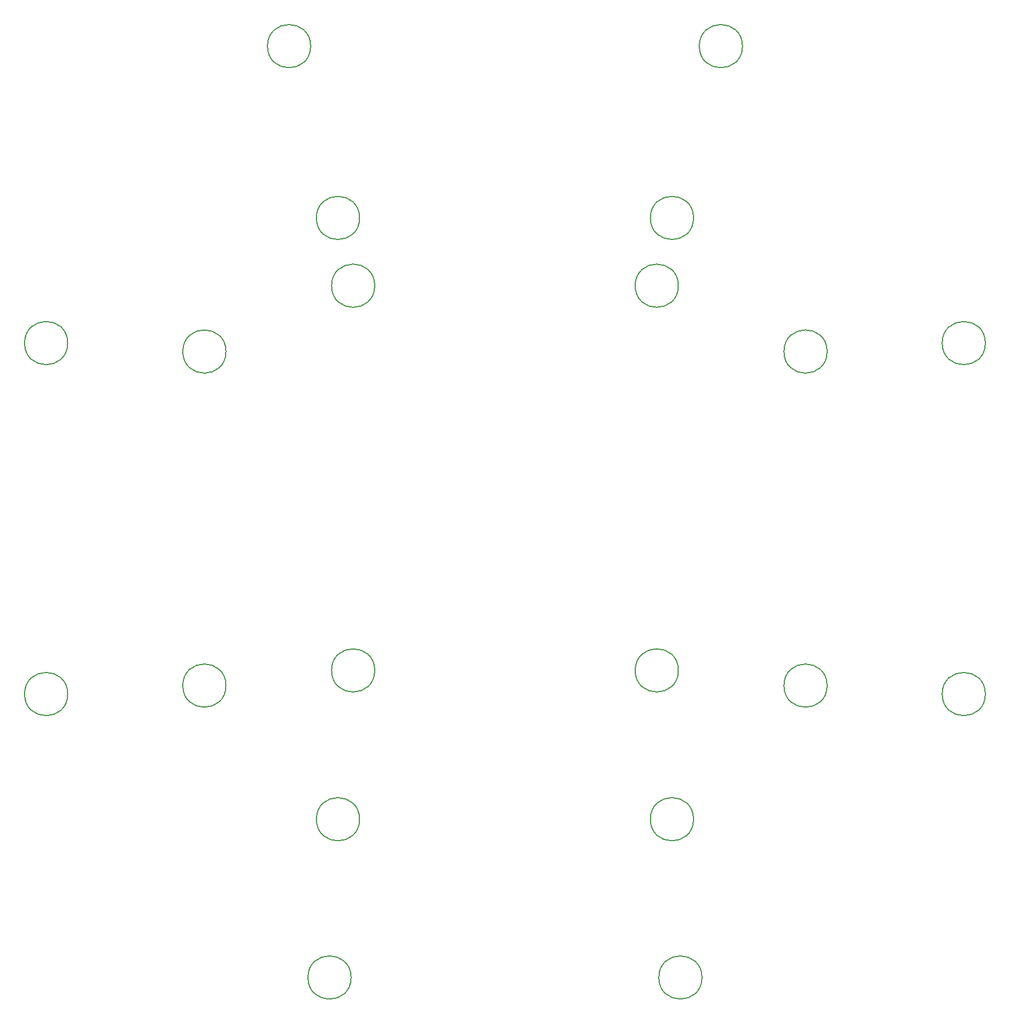
<source format=gbr>
%TF.GenerationSoftware,KiCad,Pcbnew,8.0.3*%
%TF.CreationDate,2024-07-01T22:35:15+08:00*%
%TF.ProjectId,bottom-rounded,626f7474-6f6d-42d7-926f-756e6465642e,1.2.0*%
%TF.SameCoordinates,Original*%
%TF.FileFunction,Other,Comment*%
%FSLAX46Y46*%
G04 Gerber Fmt 4.6, Leading zero omitted, Abs format (unit mm)*
G04 Created by KiCad (PCBNEW 8.0.3) date 2024-07-01 22:35:15*
%MOMM*%
%LPD*%
G01*
G04 APERTURE LIST*
%ADD10C,0.150000*%
G04 APERTURE END LIST*
D10*
%TO.C,H20*%
X125700000Y-65500000D02*
G75*
G02*
X119300000Y-65500000I-3200000J0D01*
G01*
X119300000Y-65500000D02*
G75*
G02*
X125700000Y-65500000I3200000J0D01*
G01*
%TO.C,H10*%
X58652273Y-75251263D02*
G75*
G02*
X52252273Y-75251263I-3200000J0D01*
G01*
X52252273Y-75251263D02*
G75*
G02*
X58652273Y-75251263I3200000J0D01*
G01*
%TO.C,H18*%
X80700000Y-122500000D02*
G75*
G02*
X74300000Y-122500000I-3200000J0D01*
G01*
X74300000Y-122500000D02*
G75*
G02*
X80700000Y-122500000I3200000J0D01*
G01*
%TO.C,H12*%
X78451263Y-144547727D02*
G75*
G02*
X72051263Y-144547727I-3200000J0D01*
G01*
X72051263Y-144547727D02*
G75*
G02*
X78451263Y-144547727I3200000J0D01*
G01*
%TO.C,H8*%
X35200000Y-126000000D02*
G75*
G02*
X28800000Y-126000000I-3200000J0D01*
G01*
X28800000Y-126000000D02*
G75*
G02*
X35200000Y-126000000I3200000J0D01*
G01*
%TO.C,H11*%
X58652273Y-124748737D02*
G75*
G02*
X52252273Y-124748737I-3200000J0D01*
G01*
X52252273Y-124748737D02*
G75*
G02*
X58652273Y-124748737I3200000J0D01*
G01*
%TO.C,H6*%
X77200000Y-168000000D02*
G75*
G02*
X70800000Y-168000000I-3200000J0D01*
G01*
X70800000Y-168000000D02*
G75*
G02*
X77200000Y-168000000I3200000J0D01*
G01*
%TO.C,H9*%
X78451263Y-55452273D02*
G75*
G02*
X72051263Y-55452273I-3200000J0D01*
G01*
X72051263Y-55452273D02*
G75*
G02*
X78451263Y-55452273I3200000J0D01*
G01*
%TO.C,H5*%
X129200000Y-168000000D02*
G75*
G02*
X122800000Y-168000000I-3200000J0D01*
G01*
X122800000Y-168000000D02*
G75*
G02*
X129200000Y-168000000I3200000J0D01*
G01*
%TO.C,H15*%
X127948737Y-144547727D02*
G75*
G02*
X121548737Y-144547727I-3200000J0D01*
G01*
X121548737Y-144547727D02*
G75*
G02*
X127948737Y-144547727I3200000J0D01*
G01*
%TO.C,H16*%
X127948737Y-55452273D02*
G75*
G02*
X121548737Y-55452273I-3200000J0D01*
G01*
X121548737Y-55452273D02*
G75*
G02*
X127948737Y-55452273I3200000J0D01*
G01*
%TO.C,H2*%
X135200000Y-30000000D02*
G75*
G02*
X128800000Y-30000000I-3200000J0D01*
G01*
X128800000Y-30000000D02*
G75*
G02*
X135200000Y-30000000I3200000J0D01*
G01*
%TO.C,H1*%
X71200000Y-30000000D02*
G75*
G02*
X64800000Y-30000000I-3200000J0D01*
G01*
X64800000Y-30000000D02*
G75*
G02*
X71200000Y-30000000I3200000J0D01*
G01*
%TO.C,H14*%
X147747727Y-124748737D02*
G75*
G02*
X141347727Y-124748737I-3200000J0D01*
G01*
X141347727Y-124748737D02*
G75*
G02*
X147747727Y-124748737I3200000J0D01*
G01*
%TO.C,H13*%
X147747727Y-75251263D02*
G75*
G02*
X141347727Y-75251263I-3200000J0D01*
G01*
X141347727Y-75251263D02*
G75*
G02*
X147747727Y-75251263I3200000J0D01*
G01*
%TO.C,H17*%
X125700000Y-122500000D02*
G75*
G02*
X119300000Y-122500000I-3200000J0D01*
G01*
X119300000Y-122500000D02*
G75*
G02*
X125700000Y-122500000I3200000J0D01*
G01*
%TO.C,H7*%
X35200000Y-74000000D02*
G75*
G02*
X28800000Y-74000000I-3200000J0D01*
G01*
X28800000Y-74000000D02*
G75*
G02*
X35200000Y-74000000I3200000J0D01*
G01*
%TO.C,H19*%
X80700000Y-65500000D02*
G75*
G02*
X74300000Y-65500000I-3200000J0D01*
G01*
X74300000Y-65500000D02*
G75*
G02*
X80700000Y-65500000I3200000J0D01*
G01*
%TO.C,H3*%
X171200000Y-74000000D02*
G75*
G02*
X164800000Y-74000000I-3200000J0D01*
G01*
X164800000Y-74000000D02*
G75*
G02*
X171200000Y-74000000I3200000J0D01*
G01*
%TO.C,H4*%
X171200000Y-126000000D02*
G75*
G02*
X164800000Y-126000000I-3200000J0D01*
G01*
X164800000Y-126000000D02*
G75*
G02*
X171200000Y-126000000I3200000J0D01*
G01*
%TD*%
M02*

</source>
